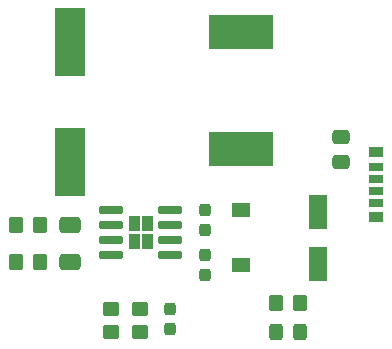
<source format=gbr>
%TF.GenerationSoftware,KiCad,Pcbnew,9.0.4*%
%TF.CreationDate,2025-09-28T14:02:47+03:00*%
%TF.ProjectId,Project_MP2494,50726f6a-6563-4745-9f4d-50323439342e,1.0*%
%TF.SameCoordinates,Original*%
%TF.FileFunction,Paste,Top*%
%TF.FilePolarity,Positive*%
%FSLAX46Y46*%
G04 Gerber Fmt 4.6, Leading zero omitted, Abs format (unit mm)*
G04 Created by KiCad (PCBNEW 9.0.4) date 2025-09-28 14:02:47*
%MOMM*%
%LPD*%
G01*
G04 APERTURE LIST*
G04 Aperture macros list*
%AMRoundRect*
0 Rectangle with rounded corners*
0 $1 Rounding radius*
0 $2 $3 $4 $5 $6 $7 $8 $9 X,Y pos of 4 corners*
0 Add a 4 corners polygon primitive as box body*
4,1,4,$2,$3,$4,$5,$6,$7,$8,$9,$2,$3,0*
0 Add four circle primitives for the rounded corners*
1,1,$1+$1,$2,$3*
1,1,$1+$1,$4,$5*
1,1,$1+$1,$6,$7*
1,1,$1+$1,$8,$9*
0 Add four rect primitives between the rounded corners*
20,1,$1+$1,$2,$3,$4,$5,0*
20,1,$1+$1,$4,$5,$6,$7,0*
20,1,$1+$1,$6,$7,$8,$9,0*
20,1,$1+$1,$8,$9,$2,$3,0*%
G04 Aperture macros list end*
%ADD10C,0.010000*%
%ADD11RoundRect,0.250000X-0.325000X-0.450000X0.325000X-0.450000X0.325000X0.450000X-0.325000X0.450000X0*%
%ADD12R,1.600000X3.000000*%
%ADD13RoundRect,0.250000X-0.350000X-0.450000X0.350000X-0.450000X0.350000X0.450000X-0.350000X0.450000X0*%
%ADD14RoundRect,0.250000X0.475000X-0.337500X0.475000X0.337500X-0.475000X0.337500X-0.475000X-0.337500X0*%
%ADD15RoundRect,0.250000X0.350000X0.450000X-0.350000X0.450000X-0.350000X-0.450000X0.350000X-0.450000X0*%
%ADD16RoundRect,0.237500X0.237500X-0.300000X0.237500X0.300000X-0.237500X0.300000X-0.237500X-0.300000X0*%
%ADD17RoundRect,0.250000X-0.450000X0.350000X-0.450000X-0.350000X0.450000X-0.350000X0.450000X0.350000X0*%
%ADD18R,2.500000X5.800000*%
%ADD19RoundRect,0.250000X-0.650000X0.412500X-0.650000X-0.412500X0.650000X-0.412500X0.650000X0.412500X0*%
%ADD20R,1.193800X0.711200*%
%ADD21R,1.193800X0.762000*%
%ADD22R,1.193800X0.812800*%
%ADD23RoundRect,0.075000X-0.910000X-0.225000X0.910000X-0.225000X0.910000X0.225000X-0.910000X0.225000X0*%
%ADD24RoundRect,0.250000X0.450000X-0.350000X0.450000X0.350000X-0.450000X0.350000X-0.450000X-0.350000X0*%
%ADD25R,5.400000X2.900000*%
%ADD26R,1.600000X1.200000*%
G04 APERTURE END LIST*
D10*
%TO.C,U1*%
X138865000Y-113865000D02*
X138065000Y-113865000D01*
X138065000Y-112625000D01*
X138865000Y-112625000D01*
X138865000Y-113865000D01*
G36*
X138865000Y-113865000D02*
G01*
X138065000Y-113865000D01*
X138065000Y-112625000D01*
X138865000Y-112625000D01*
X138865000Y-113865000D01*
G37*
X138865000Y-115375000D02*
X138065000Y-115375000D01*
X138065000Y-114135000D01*
X138865000Y-114135000D01*
X138865000Y-115375000D01*
G36*
X138865000Y-115375000D02*
G01*
X138065000Y-115375000D01*
X138065000Y-114135000D01*
X138865000Y-114135000D01*
X138865000Y-115375000D01*
G37*
X139935000Y-113865000D02*
X139135000Y-113865000D01*
X139135000Y-112625000D01*
X139935000Y-112625000D01*
X139935000Y-113865000D01*
G36*
X139935000Y-113865000D02*
G01*
X139135000Y-113865000D01*
X139135000Y-112625000D01*
X139935000Y-112625000D01*
X139935000Y-113865000D01*
G37*
X139935000Y-115375000D02*
X139135000Y-115375000D01*
X139135000Y-114135000D01*
X139935000Y-114135000D01*
X139935000Y-115375000D01*
G36*
X139935000Y-115375000D02*
G01*
X139135000Y-115375000D01*
X139135000Y-114135000D01*
X139935000Y-114135000D01*
X139935000Y-115375000D01*
G37*
%TD*%
D11*
%TO.C,D2*%
X150450000Y-122500000D03*
X152500000Y-122500000D03*
%TD*%
D12*
%TO.C,C6*%
X154000000Y-112300000D03*
X154000000Y-116700000D03*
%TD*%
D13*
%TO.C,R2*%
X128500000Y-116562500D03*
X130500000Y-116562500D03*
%TD*%
D14*
%TO.C,C7*%
X156000000Y-108037500D03*
X156000000Y-105962500D03*
%TD*%
D15*
%TO.C,R1*%
X130500000Y-113437500D03*
X128500000Y-113437500D03*
%TD*%
D16*
%TO.C,C4*%
X144500000Y-113820000D03*
X144500000Y-112095000D03*
%TD*%
D13*
%TO.C,R5*%
X150500000Y-120000000D03*
X152500000Y-120000000D03*
%TD*%
D17*
%TO.C,R4*%
X136525000Y-120500000D03*
X136525000Y-122500000D03*
%TD*%
D18*
%TO.C,C1*%
X133000000Y-108050000D03*
X133000000Y-97950000D03*
%TD*%
D16*
%TO.C,C5*%
X141500000Y-122225000D03*
X141500000Y-120500000D03*
%TD*%
D19*
%TO.C,C2*%
X133000000Y-113437500D03*
X133000000Y-116562500D03*
%TD*%
D20*
%TO.C,J2*%
X158965599Y-110499999D03*
D21*
X158965599Y-108480000D03*
D22*
X158965599Y-107250000D03*
D20*
X158965599Y-109500001D03*
D21*
X158965716Y-111519936D03*
D22*
X158965716Y-112749936D03*
%TD*%
D23*
%TO.C,U1*%
X136525000Y-112095000D03*
X136525000Y-113365000D03*
X136525000Y-114635000D03*
X136525000Y-115905000D03*
X141475000Y-115905000D03*
X141475000Y-114635000D03*
X141475000Y-113365000D03*
X141475000Y-112095000D03*
%TD*%
D16*
%TO.C,C3*%
X144500000Y-117630000D03*
X144500000Y-115905000D03*
%TD*%
D24*
%TO.C,R3*%
X139000000Y-122500000D03*
X139000000Y-120500000D03*
%TD*%
D25*
%TO.C,L1*%
X147500000Y-106950000D03*
X147500000Y-97050000D03*
%TD*%
D26*
%TO.C,D1*%
X147500000Y-112175900D03*
X147500000Y-116824100D03*
%TD*%
M02*

</source>
